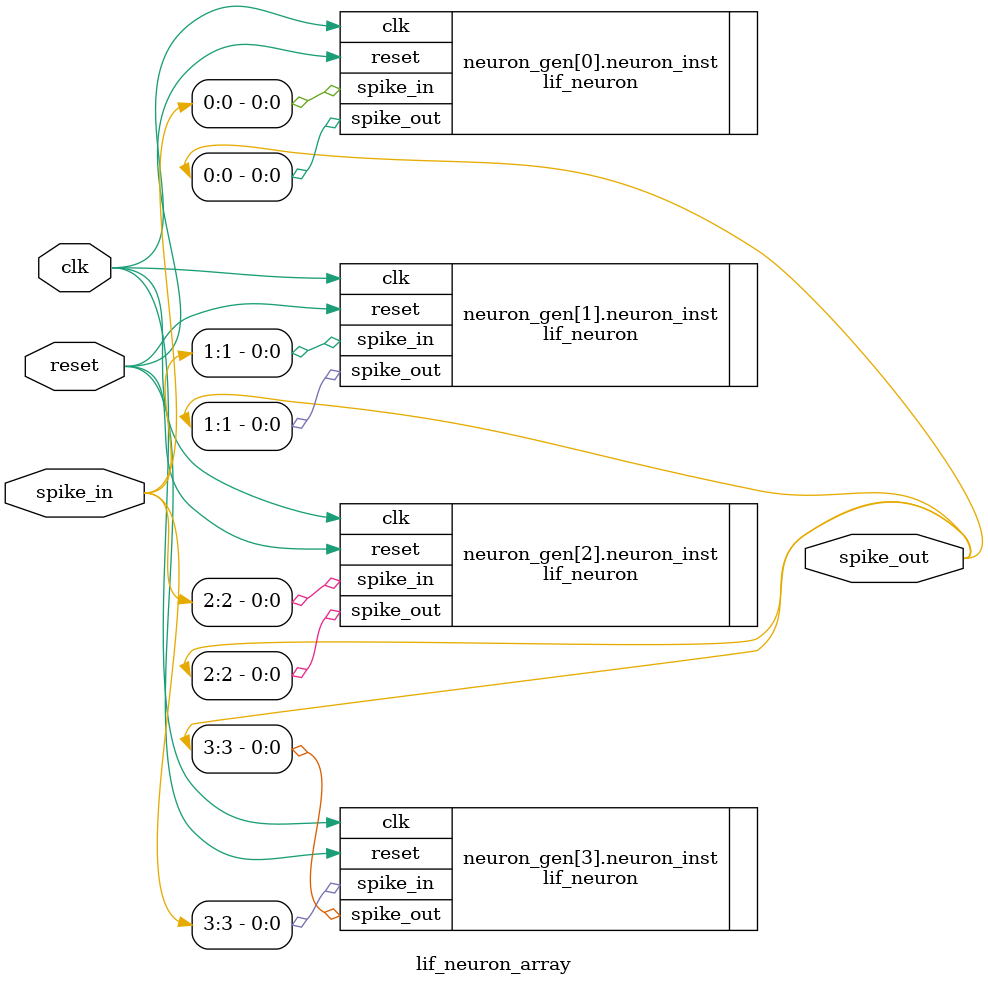
<source format=v>
module lif_neuron_array #(parameter N = 4)(
    input wire clk,
    input wire reset,
    input wire [N-1:0] spike_in,
    output wire [N-1:0] spike_out
);

    genvar i;
    generate
        for (i = 0; i < N; i = i + 1) begin : neuron_gen
            lif_neuron neuron_inst (
                .clk(clk),
                .reset(reset),
                .spike_in(spike_in[i]),
                .spike_out(spike_out[i])
            );
        end
    endgenerate
endmodule
</source>
